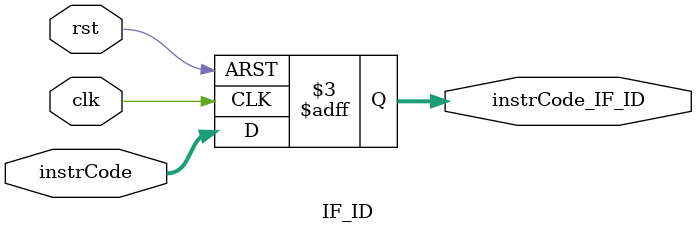
<source format=v>
`timescale 1ns / 1ps


module IF_ID(
input clk,rst,
input [31:0] instrCode,
output reg [31:0] instrCode_IF_ID
);

always @(posedge clk,negedge rst)
begin
    if(!rst) instrCode_IF_ID <= 32'd0;
    else instrCode_IF_ID <= instrCode;
end
  
endmodule

</source>
